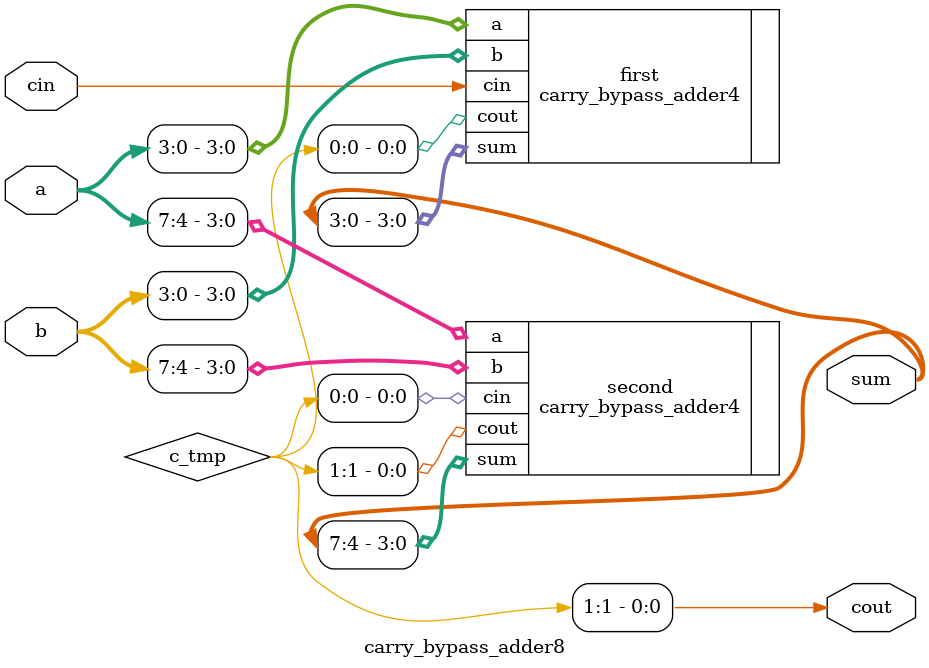
<source format=v>
module carry_bypass_adder8 (
    input [7:0] a,
    input [7:0] b,
    input cin,
    output cout,
    output [7:0] sum
);
   wire [1:0] c_tmp;
   
    carry_bypass_adder4 first(.a(a[3-:4]), .b(b[3-:4]), 
            .cin(cin), .cout(c_tmp[0]), .sum(sum[3-:4]));

    carry_bypass_adder4 second(.a(a[7-:4]), .b(b[7-:4]), 
            .cin(c_tmp[0]), .cout(c_tmp[1]), .sum(sum[7-:4]));


    assign cout=c_tmp[1];
    
endmodule
</source>
